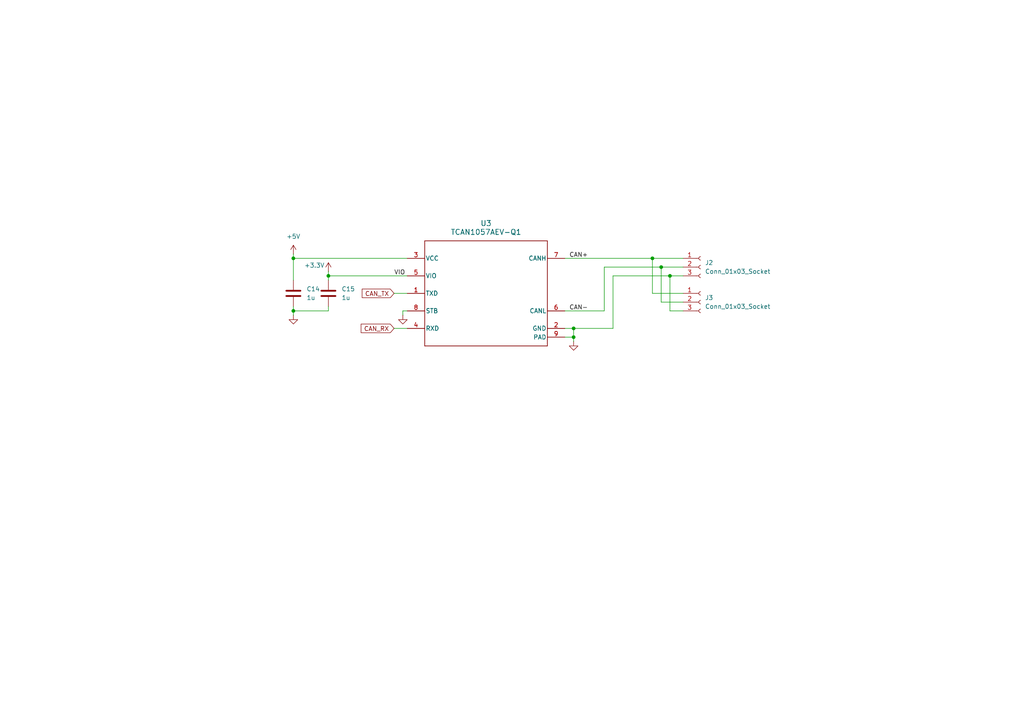
<source format=kicad_sch>
(kicad_sch
	(version 20231120)
	(generator "eeschema")
	(generator_version "8.0")
	(uuid "9d348f01-e40c-46dd-bbee-01a936fc001f")
	(paper "A4")
	(lib_symbols
		(symbol "Connector:Conn_01x03_Socket"
			(pin_names
				(offset 1.016) hide)
			(exclude_from_sim no)
			(in_bom yes)
			(on_board yes)
			(property "Reference" "J"
				(at 0 5.08 0)
				(effects
					(font
						(size 1.27 1.27)
					)
				)
			)
			(property "Value" "Conn_01x03_Socket"
				(at 0 -5.08 0)
				(effects
					(font
						(size 1.27 1.27)
					)
				)
			)
			(property "Footprint" ""
				(at 0 0 0)
				(effects
					(font
						(size 1.27 1.27)
					)
					(hide yes)
				)
			)
			(property "Datasheet" "~"
				(at 0 0 0)
				(effects
					(font
						(size 1.27 1.27)
					)
					(hide yes)
				)
			)
			(property "Description" "Generic connector, single row, 01x03, script generated"
				(at 0 0 0)
				(effects
					(font
						(size 1.27 1.27)
					)
					(hide yes)
				)
			)
			(property "ki_locked" ""
				(at 0 0 0)
				(effects
					(font
						(size 1.27 1.27)
					)
				)
			)
			(property "ki_keywords" "connector"
				(at 0 0 0)
				(effects
					(font
						(size 1.27 1.27)
					)
					(hide yes)
				)
			)
			(property "ki_fp_filters" "Connector*:*_1x??_*"
				(at 0 0 0)
				(effects
					(font
						(size 1.27 1.27)
					)
					(hide yes)
				)
			)
			(symbol "Conn_01x03_Socket_1_1"
				(arc
					(start 0 -2.032)
					(mid -0.5058 -2.54)
					(end 0 -3.048)
					(stroke
						(width 0.1524)
						(type default)
					)
					(fill
						(type none)
					)
				)
				(polyline
					(pts
						(xy -1.27 -2.54) (xy -0.508 -2.54)
					)
					(stroke
						(width 0.1524)
						(type default)
					)
					(fill
						(type none)
					)
				)
				(polyline
					(pts
						(xy -1.27 0) (xy -0.508 0)
					)
					(stroke
						(width 0.1524)
						(type default)
					)
					(fill
						(type none)
					)
				)
				(polyline
					(pts
						(xy -1.27 2.54) (xy -0.508 2.54)
					)
					(stroke
						(width 0.1524)
						(type default)
					)
					(fill
						(type none)
					)
				)
				(arc
					(start 0 0.508)
					(mid -0.5058 0)
					(end 0 -0.508)
					(stroke
						(width 0.1524)
						(type default)
					)
					(fill
						(type none)
					)
				)
				(arc
					(start 0 3.048)
					(mid -0.5058 2.54)
					(end 0 2.032)
					(stroke
						(width 0.1524)
						(type default)
					)
					(fill
						(type none)
					)
				)
				(pin passive line
					(at -5.08 2.54 0)
					(length 3.81)
					(name "Pin_1"
						(effects
							(font
								(size 1.27 1.27)
							)
						)
					)
					(number "1"
						(effects
							(font
								(size 1.27 1.27)
							)
						)
					)
				)
				(pin passive line
					(at -5.08 0 0)
					(length 3.81)
					(name "Pin_2"
						(effects
							(font
								(size 1.27 1.27)
							)
						)
					)
					(number "2"
						(effects
							(font
								(size 1.27 1.27)
							)
						)
					)
				)
				(pin passive line
					(at -5.08 -2.54 0)
					(length 3.81)
					(name "Pin_3"
						(effects
							(font
								(size 1.27 1.27)
							)
						)
					)
					(number "3"
						(effects
							(font
								(size 1.27 1.27)
							)
						)
					)
				)
			)
		)
		(symbol "Device:C"
			(pin_numbers hide)
			(pin_names
				(offset 0.254)
			)
			(exclude_from_sim no)
			(in_bom yes)
			(on_board yes)
			(property "Reference" "C"
				(at 0.635 2.54 0)
				(effects
					(font
						(size 1.27 1.27)
					)
					(justify left)
				)
			)
			(property "Value" "C"
				(at 0.635 -2.54 0)
				(effects
					(font
						(size 1.27 1.27)
					)
					(justify left)
				)
			)
			(property "Footprint" ""
				(at 0.9652 -3.81 0)
				(effects
					(font
						(size 1.27 1.27)
					)
					(hide yes)
				)
			)
			(property "Datasheet" "~"
				(at 0 0 0)
				(effects
					(font
						(size 1.27 1.27)
					)
					(hide yes)
				)
			)
			(property "Description" "Unpolarized capacitor"
				(at 0 0 0)
				(effects
					(font
						(size 1.27 1.27)
					)
					(hide yes)
				)
			)
			(property "ki_keywords" "cap capacitor"
				(at 0 0 0)
				(effects
					(font
						(size 1.27 1.27)
					)
					(hide yes)
				)
			)
			(property "ki_fp_filters" "C_*"
				(at 0 0 0)
				(effects
					(font
						(size 1.27 1.27)
					)
					(hide yes)
				)
			)
			(symbol "C_0_1"
				(polyline
					(pts
						(xy -2.032 -0.762) (xy 2.032 -0.762)
					)
					(stroke
						(width 0.508)
						(type default)
					)
					(fill
						(type none)
					)
				)
				(polyline
					(pts
						(xy -2.032 0.762) (xy 2.032 0.762)
					)
					(stroke
						(width 0.508)
						(type default)
					)
					(fill
						(type none)
					)
				)
			)
			(symbol "C_1_1"
				(pin passive line
					(at 0 3.81 270)
					(length 2.794)
					(name "~"
						(effects
							(font
								(size 1.27 1.27)
							)
						)
					)
					(number "1"
						(effects
							(font
								(size 1.27 1.27)
							)
						)
					)
				)
				(pin passive line
					(at 0 -3.81 90)
					(length 2.794)
					(name "~"
						(effects
							(font
								(size 1.27 1.27)
							)
						)
					)
					(number "2"
						(effects
							(font
								(size 1.27 1.27)
							)
						)
					)
				)
			)
		)
		(symbol "moteus:TCAN1042HGVDRBRQ1"
			(pin_names
				(offset 0.254)
			)
			(exclude_from_sim no)
			(in_bom yes)
			(on_board yes)
			(property "Reference" "U"
				(at 0 2.54 0)
				(effects
					(font
						(size 1.524 1.524)
					)
				)
			)
			(property "Value" "TCAN1042HGVDRBRQ1"
				(at 0 0 0)
				(effects
					(font
						(size 1.524 1.524)
					)
				)
			)
			(property "Footprint" "DRB0008F"
				(at 0 0 0)
				(effects
					(font
						(size 1.27 1.27)
						(italic yes)
					)
					(hide yes)
				)
			)
			(property "Datasheet" "TCAN1042HGVDRBRQ1"
				(at 0 0 0)
				(effects
					(font
						(size 1.27 1.27)
						(italic yes)
					)
					(hide yes)
				)
			)
			(property "Description" ""
				(at 0 0 0)
				(effects
					(font
						(size 1.27 1.27)
					)
					(hide yes)
				)
			)
			(property "ki_locked" ""
				(at 0 0 0)
				(effects
					(font
						(size 1.27 1.27)
					)
				)
			)
			(property "ki_keywords" "TCAN1042HGVDRBRQ1"
				(at 0 0 0)
				(effects
					(font
						(size 1.27 1.27)
					)
					(hide yes)
				)
			)
			(property "ki_fp_filters" "DRB0008F"
				(at 0 0 0)
				(effects
					(font
						(size 1.27 1.27)
					)
					(hide yes)
				)
			)
			(symbol "TCAN1042HGVDRBRQ1_0_1"
				(polyline
					(pts
						(xy -17.78 -15.24) (xy 17.78 -15.24)
					)
					(stroke
						(width 0.2032)
						(type default)
					)
					(fill
						(type none)
					)
				)
				(polyline
					(pts
						(xy -17.78 15.24) (xy -17.78 -15.24)
					)
					(stroke
						(width 0.2032)
						(type default)
					)
					(fill
						(type none)
					)
				)
				(polyline
					(pts
						(xy 17.78 -15.24) (xy 17.78 15.24)
					)
					(stroke
						(width 0.2032)
						(type default)
					)
					(fill
						(type none)
					)
				)
				(polyline
					(pts
						(xy 17.78 15.24) (xy -17.78 15.24)
					)
					(stroke
						(width 0.2032)
						(type default)
					)
					(fill
						(type none)
					)
				)
				(pin input line
					(at -22.86 0 0)
					(length 5.08)
					(name "TXD"
						(effects
							(font
								(size 1.27 1.27)
							)
						)
					)
					(number "1"
						(effects
							(font
								(size 1.27 1.27)
							)
						)
					)
				)
				(pin power_in line
					(at 22.86 -10.16 180)
					(length 5.08)
					(name "GND"
						(effects
							(font
								(size 1.27 1.27)
							)
						)
					)
					(number "2"
						(effects
							(font
								(size 1.27 1.27)
							)
						)
					)
				)
				(pin power_in line
					(at -22.86 10.16 0)
					(length 5.08)
					(name "VCC"
						(effects
							(font
								(size 1.27 1.27)
							)
						)
					)
					(number "3"
						(effects
							(font
								(size 1.27 1.27)
							)
						)
					)
				)
				(pin output line
					(at -22.86 -10.16 0)
					(length 5.08)
					(name "RXD"
						(effects
							(font
								(size 1.27 1.27)
							)
						)
					)
					(number "4"
						(effects
							(font
								(size 1.27 1.27)
							)
						)
					)
				)
				(pin power_in line
					(at -22.86 5.08 0)
					(length 5.08)
					(name "VIO"
						(effects
							(font
								(size 1.27 1.27)
							)
						)
					)
					(number "5"
						(effects
							(font
								(size 1.27 1.27)
							)
						)
					)
				)
				(pin bidirectional line
					(at 22.86 -5.08 180)
					(length 5.08)
					(name "CANL"
						(effects
							(font
								(size 1.27 1.27)
							)
						)
					)
					(number "6"
						(effects
							(font
								(size 1.27 1.27)
							)
						)
					)
				)
				(pin bidirectional line
					(at 22.86 10.16 180)
					(length 5.08)
					(name "CANH"
						(effects
							(font
								(size 1.27 1.27)
							)
						)
					)
					(number "7"
						(effects
							(font
								(size 1.27 1.27)
							)
						)
					)
				)
				(pin input line
					(at -22.86 -5.08 0)
					(length 5.08)
					(name "STB"
						(effects
							(font
								(size 1.27 1.27)
							)
						)
					)
					(number "8"
						(effects
							(font
								(size 1.27 1.27)
							)
						)
					)
				)
				(pin power_in line
					(at 22.86 -12.7 180)
					(length 5.08)
					(name "PAD"
						(effects
							(font
								(size 1.27 1.27)
							)
						)
					)
					(number "9"
						(effects
							(font
								(size 1.27 1.27)
							)
						)
					)
				)
			)
		)
		(symbol "power:+3.3V"
			(power)
			(pin_numbers hide)
			(pin_names
				(offset 0) hide)
			(exclude_from_sim no)
			(in_bom yes)
			(on_board yes)
			(property "Reference" "#PWR"
				(at 0 -3.81 0)
				(effects
					(font
						(size 1.27 1.27)
					)
					(hide yes)
				)
			)
			(property "Value" "+3.3V"
				(at 0 3.556 0)
				(effects
					(font
						(size 1.27 1.27)
					)
				)
			)
			(property "Footprint" ""
				(at 0 0 0)
				(effects
					(font
						(size 1.27 1.27)
					)
					(hide yes)
				)
			)
			(property "Datasheet" ""
				(at 0 0 0)
				(effects
					(font
						(size 1.27 1.27)
					)
					(hide yes)
				)
			)
			(property "Description" "Power symbol creates a global label with name \"+3.3V\""
				(at 0 0 0)
				(effects
					(font
						(size 1.27 1.27)
					)
					(hide yes)
				)
			)
			(property "ki_keywords" "global power"
				(at 0 0 0)
				(effects
					(font
						(size 1.27 1.27)
					)
					(hide yes)
				)
			)
			(symbol "+3.3V_0_1"
				(polyline
					(pts
						(xy -0.762 1.27) (xy 0 2.54)
					)
					(stroke
						(width 0)
						(type default)
					)
					(fill
						(type none)
					)
				)
				(polyline
					(pts
						(xy 0 0) (xy 0 2.54)
					)
					(stroke
						(width 0)
						(type default)
					)
					(fill
						(type none)
					)
				)
				(polyline
					(pts
						(xy 0 2.54) (xy 0.762 1.27)
					)
					(stroke
						(width 0)
						(type default)
					)
					(fill
						(type none)
					)
				)
			)
			(symbol "+3.3V_1_1"
				(pin power_in line
					(at 0 0 90)
					(length 0)
					(name "~"
						(effects
							(font
								(size 1.27 1.27)
							)
						)
					)
					(number "1"
						(effects
							(font
								(size 1.27 1.27)
							)
						)
					)
				)
			)
		)
		(symbol "power:+5V"
			(power)
			(pin_numbers hide)
			(pin_names
				(offset 0) hide)
			(exclude_from_sim no)
			(in_bom yes)
			(on_board yes)
			(property "Reference" "#PWR"
				(at 0 -3.81 0)
				(effects
					(font
						(size 1.27 1.27)
					)
					(hide yes)
				)
			)
			(property "Value" "+5V"
				(at 0 3.556 0)
				(effects
					(font
						(size 1.27 1.27)
					)
				)
			)
			(property "Footprint" ""
				(at 0 0 0)
				(effects
					(font
						(size 1.27 1.27)
					)
					(hide yes)
				)
			)
			(property "Datasheet" ""
				(at 0 0 0)
				(effects
					(font
						(size 1.27 1.27)
					)
					(hide yes)
				)
			)
			(property "Description" "Power symbol creates a global label with name \"+5V\""
				(at 0 0 0)
				(effects
					(font
						(size 1.27 1.27)
					)
					(hide yes)
				)
			)
			(property "ki_keywords" "global power"
				(at 0 0 0)
				(effects
					(font
						(size 1.27 1.27)
					)
					(hide yes)
				)
			)
			(symbol "+5V_0_1"
				(polyline
					(pts
						(xy -0.762 1.27) (xy 0 2.54)
					)
					(stroke
						(width 0)
						(type default)
					)
					(fill
						(type none)
					)
				)
				(polyline
					(pts
						(xy 0 0) (xy 0 2.54)
					)
					(stroke
						(width 0)
						(type default)
					)
					(fill
						(type none)
					)
				)
				(polyline
					(pts
						(xy 0 2.54) (xy 0.762 1.27)
					)
					(stroke
						(width 0)
						(type default)
					)
					(fill
						(type none)
					)
				)
			)
			(symbol "+5V_1_1"
				(pin power_in line
					(at 0 0 90)
					(length 0)
					(name "~"
						(effects
							(font
								(size 1.27 1.27)
							)
						)
					)
					(number "1"
						(effects
							(font
								(size 1.27 1.27)
							)
						)
					)
				)
			)
		)
		(symbol "power:GND"
			(power)
			(pin_numbers hide)
			(pin_names
				(offset 0) hide)
			(exclude_from_sim no)
			(in_bom yes)
			(on_board yes)
			(property "Reference" "#PWR"
				(at 0 -6.35 0)
				(effects
					(font
						(size 1.27 1.27)
					)
					(hide yes)
				)
			)
			(property "Value" "GND"
				(at 0 -3.81 0)
				(effects
					(font
						(size 1.27 1.27)
					)
				)
			)
			(property "Footprint" ""
				(at 0 0 0)
				(effects
					(font
						(size 1.27 1.27)
					)
					(hide yes)
				)
			)
			(property "Datasheet" ""
				(at 0 0 0)
				(effects
					(font
						(size 1.27 1.27)
					)
					(hide yes)
				)
			)
			(property "Description" "Power symbol creates a global label with name \"GND\" , ground"
				(at 0 0 0)
				(effects
					(font
						(size 1.27 1.27)
					)
					(hide yes)
				)
			)
			(property "ki_keywords" "global power"
				(at 0 0 0)
				(effects
					(font
						(size 1.27 1.27)
					)
					(hide yes)
				)
			)
			(symbol "GND_0_1"
				(polyline
					(pts
						(xy 0 0) (xy 0 -1.27) (xy 1.27 -1.27) (xy 0 -2.54) (xy -1.27 -1.27) (xy 0 -1.27)
					)
					(stroke
						(width 0)
						(type default)
					)
					(fill
						(type none)
					)
				)
			)
			(symbol "GND_1_1"
				(pin power_in line
					(at 0 0 270)
					(length 0)
					(name "~"
						(effects
							(font
								(size 1.27 1.27)
							)
						)
					)
					(number "1"
						(effects
							(font
								(size 1.27 1.27)
							)
						)
					)
				)
			)
		)
	)
	(junction
		(at 85.09 90.17)
		(diameter 0)
		(color 0 0 0 0)
		(uuid "064ac384-c35c-4726-a1a2-79de45aa3c0c")
	)
	(junction
		(at 189.23 74.93)
		(diameter 0)
		(color 0 0 0 0)
		(uuid "0eb12e88-4bfa-4291-9073-9f2ea4f4674f")
	)
	(junction
		(at 166.37 95.25)
		(diameter 0)
		(color 0 0 0 0)
		(uuid "100e911f-0444-4173-bd49-bc77b5b972c3")
	)
	(junction
		(at 166.37 97.79)
		(diameter 0)
		(color 0 0 0 0)
		(uuid "6d190ab7-498b-42ec-b9d5-f09bfcd05586")
	)
	(junction
		(at 191.77 77.47)
		(diameter 0)
		(color 0 0 0 0)
		(uuid "7b275404-1b1f-4887-8753-25678e3c3a6f")
	)
	(junction
		(at 85.09 74.93)
		(diameter 0)
		(color 0 0 0 0)
		(uuid "beb5e0c0-907a-44ce-a4f5-89a95fee4766")
	)
	(junction
		(at 194.31 80.01)
		(diameter 0)
		(color 0 0 0 0)
		(uuid "f23b0da4-2616-422c-ba5a-66eadc6c4451")
	)
	(junction
		(at 95.25 80.01)
		(diameter 0)
		(color 0 0 0 0)
		(uuid "f6fcff64-a8cd-49e9-9b70-bf97382705c8")
	)
	(wire
		(pts
			(xy 114.3 85.09) (xy 118.11 85.09)
		)
		(stroke
			(width 0)
			(type default)
		)
		(uuid "00f73784-1463-4277-b9b0-3f946ba051cf")
	)
	(wire
		(pts
			(xy 189.23 85.09) (xy 189.23 74.93)
		)
		(stroke
			(width 0)
			(type default)
		)
		(uuid "0a280962-acc1-46a5-a566-72628f2fb0fe")
	)
	(wire
		(pts
			(xy 198.12 87.63) (xy 191.77 87.63)
		)
		(stroke
			(width 0)
			(type default)
		)
		(uuid "0d50cdc3-ebcc-48d1-b54e-7d6a486b57f2")
	)
	(wire
		(pts
			(xy 118.11 80.01) (xy 95.25 80.01)
		)
		(stroke
			(width 0)
			(type default)
		)
		(uuid "129d3502-373a-4983-bed8-66eb119c4fdc")
	)
	(wire
		(pts
			(xy 95.25 78.74) (xy 95.25 80.01)
		)
		(stroke
			(width 0)
			(type default)
		)
		(uuid "1556d2b5-ca24-4643-b837-f755269e6bcd")
	)
	(wire
		(pts
			(xy 116.84 90.17) (xy 116.84 91.44)
		)
		(stroke
			(width 0)
			(type default)
		)
		(uuid "1bdd09b8-ef63-47cb-9343-bfeb611fd1b0")
	)
	(wire
		(pts
			(xy 95.25 90.17) (xy 95.25 88.9)
		)
		(stroke
			(width 0)
			(type default)
		)
		(uuid "215460c0-2c1c-4870-8ce1-6efb0c9dd897")
	)
	(wire
		(pts
			(xy 194.31 80.01) (xy 198.12 80.01)
		)
		(stroke
			(width 0)
			(type default)
		)
		(uuid "263cfc46-526e-459a-a037-670e40b78f3f")
	)
	(wire
		(pts
			(xy 163.83 90.17) (xy 175.26 90.17)
		)
		(stroke
			(width 0)
			(type default)
		)
		(uuid "3243b6a0-b767-4592-a881-b339d1a04c9c")
	)
	(wire
		(pts
			(xy 114.3 95.25) (xy 118.11 95.25)
		)
		(stroke
			(width 0)
			(type default)
		)
		(uuid "342a427f-a876-46d9-98cf-8e4ee80ad95f")
	)
	(wire
		(pts
			(xy 194.31 90.17) (xy 194.31 80.01)
		)
		(stroke
			(width 0)
			(type default)
		)
		(uuid "3605ffd8-a5a3-4204-a7ae-0245bac00594")
	)
	(wire
		(pts
			(xy 175.26 77.47) (xy 191.77 77.47)
		)
		(stroke
			(width 0)
			(type default)
		)
		(uuid "3b5e5131-1ddc-4244-9bf0-cc692805417c")
	)
	(wire
		(pts
			(xy 118.11 90.17) (xy 116.84 90.17)
		)
		(stroke
			(width 0)
			(type default)
		)
		(uuid "4a5d1153-0c8a-4584-93c6-cbd5c2298404")
	)
	(wire
		(pts
			(xy 191.77 77.47) (xy 198.12 77.47)
		)
		(stroke
			(width 0)
			(type default)
		)
		(uuid "4ce90492-c973-497e-94ec-be273c115209")
	)
	(wire
		(pts
			(xy 198.12 85.09) (xy 189.23 85.09)
		)
		(stroke
			(width 0)
			(type default)
		)
		(uuid "4e267813-76a0-45b3-8aa3-e44a0ad47ddc")
	)
	(wire
		(pts
			(xy 85.09 90.17) (xy 95.25 90.17)
		)
		(stroke
			(width 0)
			(type default)
		)
		(uuid "50782a9f-c0c8-450f-8982-6d76bb1051fe")
	)
	(wire
		(pts
			(xy 95.25 80.01) (xy 95.25 81.28)
		)
		(stroke
			(width 0)
			(type default)
		)
		(uuid "5911664b-4f50-4967-bcee-756ae2c981a6")
	)
	(wire
		(pts
			(xy 189.23 74.93) (xy 198.12 74.93)
		)
		(stroke
			(width 0)
			(type default)
		)
		(uuid "5d546f06-4acb-4a2b-adbc-86597114eb29")
	)
	(wire
		(pts
			(xy 163.83 95.25) (xy 166.37 95.25)
		)
		(stroke
			(width 0)
			(type default)
		)
		(uuid "6f86c694-c835-4faa-a893-07fffe23f0bf")
	)
	(wire
		(pts
			(xy 163.83 97.79) (xy 166.37 97.79)
		)
		(stroke
			(width 0)
			(type default)
		)
		(uuid "762592bc-c0f9-4a49-b0a3-ff2587501246")
	)
	(wire
		(pts
			(xy 85.09 74.93) (xy 118.11 74.93)
		)
		(stroke
			(width 0)
			(type default)
		)
		(uuid "79829674-d284-4d3f-989a-f7cd2a2b2bf2")
	)
	(wire
		(pts
			(xy 163.83 74.93) (xy 189.23 74.93)
		)
		(stroke
			(width 0)
			(type default)
		)
		(uuid "98fb11fd-24f9-4f91-af61-111bbfafe3d7")
	)
	(wire
		(pts
			(xy 177.8 95.25) (xy 177.8 80.01)
		)
		(stroke
			(width 0)
			(type default)
		)
		(uuid "a9e5da75-1880-44c9-903e-c7c09c41a953")
	)
	(wire
		(pts
			(xy 175.26 90.17) (xy 175.26 77.47)
		)
		(stroke
			(width 0)
			(type default)
		)
		(uuid "b1c9f52d-78be-4cfb-a93e-c6c66f72e4fb")
	)
	(wire
		(pts
			(xy 166.37 97.79) (xy 166.37 95.25)
		)
		(stroke
			(width 0)
			(type default)
		)
		(uuid "c3ca9ecb-c91f-47d0-afb9-fda6c6ff10b5")
	)
	(wire
		(pts
			(xy 166.37 95.25) (xy 177.8 95.25)
		)
		(stroke
			(width 0)
			(type default)
		)
		(uuid "c621cd41-ea06-4c43-94fc-bcc9c2754d4b")
	)
	(wire
		(pts
			(xy 85.09 88.9) (xy 85.09 90.17)
		)
		(stroke
			(width 0)
			(type default)
		)
		(uuid "ca6d2c54-b377-4d77-a99c-3b0be21a6170")
	)
	(wire
		(pts
			(xy 85.09 90.17) (xy 85.09 91.44)
		)
		(stroke
			(width 0)
			(type default)
		)
		(uuid "cd21e2a0-e63e-40ec-8c68-9c27dc77f27c")
	)
	(wire
		(pts
			(xy 85.09 73.66) (xy 85.09 74.93)
		)
		(stroke
			(width 0)
			(type default)
		)
		(uuid "ce625200-e323-49fc-94ad-86e074002fe2")
	)
	(wire
		(pts
			(xy 198.12 90.17) (xy 194.31 90.17)
		)
		(stroke
			(width 0)
			(type default)
		)
		(uuid "dc6a118a-4eec-4c69-9c4b-8d59f4e06a5b")
	)
	(wire
		(pts
			(xy 166.37 97.79) (xy 166.37 99.06)
		)
		(stroke
			(width 0)
			(type default)
		)
		(uuid "f5730098-92b5-431a-bb15-bf879d1aa141")
	)
	(wire
		(pts
			(xy 85.09 81.28) (xy 85.09 74.93)
		)
		(stroke
			(width 0)
			(type default)
		)
		(uuid "f99c198c-d5fb-403d-a641-3bd3692b13e1")
	)
	(wire
		(pts
			(xy 191.77 87.63) (xy 191.77 77.47)
		)
		(stroke
			(width 0)
			(type default)
		)
		(uuid "fa1e158a-ea02-4e0a-9fa7-b9fef6b3bcd4")
	)
	(wire
		(pts
			(xy 177.8 80.01) (xy 194.31 80.01)
		)
		(stroke
			(width 0)
			(type default)
		)
		(uuid "ff9ac8db-7235-40ca-ab15-2deac9a4d454")
	)
	(label "CAN+"
		(at 165.1 74.93 0)
		(fields_autoplaced yes)
		(effects
			(font
				(size 1.27 1.27)
			)
			(justify left bottom)
		)
		(uuid "269801e4-2d71-43cc-b0e0-11f180278ea7")
	)
	(label "CAN-"
		(at 165.1 90.17 0)
		(fields_autoplaced yes)
		(effects
			(font
				(size 1.27 1.27)
			)
			(justify left bottom)
		)
		(uuid "88cc58fb-61ca-4454-9adf-403c7c80e6f6")
	)
	(label "VIO"
		(at 114.3 80.01 0)
		(fields_autoplaced yes)
		(effects
			(font
				(size 1.27 1.27)
			)
			(justify left bottom)
		)
		(uuid "ab800ab2-e330-465e-a4d8-0bf0aae1097e")
	)
	(global_label "CAN_RX"
		(shape input)
		(at 114.3 95.25 180)
		(fields_autoplaced yes)
		(effects
			(font
				(size 1.27 1.27)
			)
			(justify right)
		)
		(uuid "4f1a51fb-a646-4d19-bd66-4d246d046995")
		(property "Intersheetrefs" "${INTERSHEET_REFS}"
			(at 104.1786 95.25 0)
			(effects
				(font
					(size 1.27 1.27)
				)
				(justify right)
				(hide yes)
			)
		)
	)
	(global_label "CAN_TX"
		(shape input)
		(at 114.3 85.09 180)
		(fields_autoplaced yes)
		(effects
			(font
				(size 1.27 1.27)
			)
			(justify right)
		)
		(uuid "82baf264-8d02-4e39-bcfe-46e139ffdc11")
		(property "Intersheetrefs" "${INTERSHEET_REFS}"
			(at 104.481 85.09 0)
			(effects
				(font
					(size 1.27 1.27)
				)
				(justify right)
				(hide yes)
			)
		)
	)
	(symbol
		(lib_id "power:GND")
		(at 85.09 91.44 0)
		(unit 1)
		(exclude_from_sim no)
		(in_bom yes)
		(on_board yes)
		(dnp no)
		(fields_autoplaced yes)
		(uuid "1b89291c-ebd7-4827-a5a0-e9716fbb4d48")
		(property "Reference" "#PWR019"
			(at 85.09 97.79 0)
			(effects
				(font
					(size 1.27 1.27)
				)
				(hide yes)
			)
		)
		(property "Value" "GND"
			(at 85.09 96.52 0)
			(effects
				(font
					(size 1.27 1.27)
				)
				(hide yes)
			)
		)
		(property "Footprint" ""
			(at 85.09 91.44 0)
			(effects
				(font
					(size 1.27 1.27)
				)
				(hide yes)
			)
		)
		(property "Datasheet" ""
			(at 85.09 91.44 0)
			(effects
				(font
					(size 1.27 1.27)
				)
				(hide yes)
			)
		)
		(property "Description" "Power symbol creates a global label with name \"GND\" , ground"
			(at 85.09 91.44 0)
			(effects
				(font
					(size 1.27 1.27)
				)
				(hide yes)
			)
		)
		(pin "1"
			(uuid "05e28dce-722f-4163-8123-73d043b084dd")
		)
		(instances
			(project "V1.02"
				(path "/9f0161d0-326e-4ea6-b280-8727e2fd4ed6/168be971-292c-4651-81c1-05fb2e206c0e"
					(reference "#PWR019")
					(unit 1)
				)
			)
		)
	)
	(symbol
		(lib_id "power:+3.3V")
		(at 95.25 78.74 0)
		(unit 1)
		(exclude_from_sim no)
		(in_bom yes)
		(on_board yes)
		(dnp no)
		(uuid "1d6206aa-1337-4e36-b8aa-3f37072c27bb")
		(property "Reference" "#PWR020"
			(at 95.25 82.55 0)
			(effects
				(font
					(size 1.27 1.27)
				)
				(hide yes)
			)
		)
		(property "Value" "+3.3V"
			(at 91.186 76.962 0)
			(effects
				(font
					(size 1.27 1.27)
				)
			)
		)
		(property "Footprint" ""
			(at 95.25 78.74 0)
			(effects
				(font
					(size 1.27 1.27)
				)
				(hide yes)
			)
		)
		(property "Datasheet" ""
			(at 95.25 78.74 0)
			(effects
				(font
					(size 1.27 1.27)
				)
				(hide yes)
			)
		)
		(property "Description" "Power symbol creates a global label with name \"+3.3V\""
			(at 95.25 78.74 0)
			(effects
				(font
					(size 1.27 1.27)
				)
				(hide yes)
			)
		)
		(pin "1"
			(uuid "c9143b34-d743-415b-b17a-24bbf2ca21c5")
		)
		(instances
			(project "V1.02"
				(path "/9f0161d0-326e-4ea6-b280-8727e2fd4ed6/168be971-292c-4651-81c1-05fb2e206c0e"
					(reference "#PWR020")
					(unit 1)
				)
			)
		)
	)
	(symbol
		(lib_id "Device:C")
		(at 85.09 85.09 0)
		(unit 1)
		(exclude_from_sim no)
		(in_bom yes)
		(on_board yes)
		(dnp no)
		(fields_autoplaced yes)
		(uuid "2c8e60c1-e169-4e95-b9d5-bf88724a549f")
		(property "Reference" "C14"
			(at 88.9 83.8199 0)
			(effects
				(font
					(size 1.27 1.27)
				)
				(justify left)
			)
		)
		(property "Value" "1u"
			(at 88.9 86.3599 0)
			(effects
				(font
					(size 1.27 1.27)
				)
				(justify left)
			)
		)
		(property "Footprint" "Capacitor_SMD:C_0402_1005Metric"
			(at 86.0552 88.9 0)
			(effects
				(font
					(size 1.27 1.27)
				)
				(hide yes)
			)
		)
		(property "Datasheet" "~"
			(at 85.09 85.09 0)
			(effects
				(font
					(size 1.27 1.27)
				)
				(hide yes)
			)
		)
		(property "Description" "Unpolarized capacitor"
			(at 85.09 85.09 0)
			(effects
				(font
					(size 1.27 1.27)
				)
				(hide yes)
			)
		)
		(pin "2"
			(uuid "bbdfc78d-d38c-41f4-8877-d47e17299ef1")
		)
		(pin "1"
			(uuid "463c9879-9206-498a-973d-c0a505236aa8")
		)
		(instances
			(project "V1.02"
				(path "/9f0161d0-326e-4ea6-b280-8727e2fd4ed6/168be971-292c-4651-81c1-05fb2e206c0e"
					(reference "C14")
					(unit 1)
				)
			)
		)
	)
	(symbol
		(lib_id "power:GND")
		(at 166.37 99.06 0)
		(unit 1)
		(exclude_from_sim no)
		(in_bom yes)
		(on_board yes)
		(dnp no)
		(fields_autoplaced yes)
		(uuid "32a5f335-1321-482e-a2eb-3e33ddd98c7d")
		(property "Reference" "#PWR022"
			(at 166.37 105.41 0)
			(effects
				(font
					(size 1.27 1.27)
				)
				(hide yes)
			)
		)
		(property "Value" "GND"
			(at 166.37 104.14 0)
			(effects
				(font
					(size 1.27 1.27)
				)
				(hide yes)
			)
		)
		(property "Footprint" ""
			(at 166.37 99.06 0)
			(effects
				(font
					(size 1.27 1.27)
				)
				(hide yes)
			)
		)
		(property "Datasheet" ""
			(at 166.37 99.06 0)
			(effects
				(font
					(size 1.27 1.27)
				)
				(hide yes)
			)
		)
		(property "Description" "Power symbol creates a global label with name \"GND\" , ground"
			(at 166.37 99.06 0)
			(effects
				(font
					(size 1.27 1.27)
				)
				(hide yes)
			)
		)
		(pin "1"
			(uuid "a7234a28-e2a5-462e-8f53-241c3e5360a6")
		)
		(instances
			(project "V1.02"
				(path "/9f0161d0-326e-4ea6-b280-8727e2fd4ed6/168be971-292c-4651-81c1-05fb2e206c0e"
					(reference "#PWR022")
					(unit 1)
				)
			)
		)
	)
	(symbol
		(lib_id "Connector:Conn_01x03_Socket")
		(at 203.2 77.47 0)
		(unit 1)
		(exclude_from_sim no)
		(in_bom yes)
		(on_board yes)
		(dnp no)
		(fields_autoplaced yes)
		(uuid "6ec74e42-8d31-408c-8dba-4d747216c8f5")
		(property "Reference" "J2"
			(at 204.47 76.1999 0)
			(effects
				(font
					(size 1.27 1.27)
				)
				(justify left)
			)
		)
		(property "Value" "Conn_01x03_Socket"
			(at 204.47 78.7399 0)
			(effects
				(font
					(size 1.27 1.27)
				)
				(justify left)
			)
		)
		(property "Footprint" "Connector_JST:JST_PH_S3B-PH-K_1x03_P2.00mm_Horizontal"
			(at 203.2 77.47 0)
			(effects
				(font
					(size 1.27 1.27)
				)
				(hide yes)
			)
		)
		(property "Datasheet" "~"
			(at 203.2 77.47 0)
			(effects
				(font
					(size 1.27 1.27)
				)
				(hide yes)
			)
		)
		(property "Description" "Generic connector, single row, 01x03, script generated"
			(at 203.2 77.47 0)
			(effects
				(font
					(size 1.27 1.27)
				)
				(hide yes)
			)
		)
		(pin "1"
			(uuid "33b2aed5-151b-43f3-b085-a19aabaf118a")
		)
		(pin "2"
			(uuid "8ff7ba7d-8d3f-419c-804c-397f964cb3e9")
		)
		(pin "3"
			(uuid "7226d8f0-2f7e-4c6a-bdc0-334a0895120c")
		)
		(instances
			(project "V1.02"
				(path "/9f0161d0-326e-4ea6-b280-8727e2fd4ed6/168be971-292c-4651-81c1-05fb2e206c0e"
					(reference "J2")
					(unit 1)
				)
			)
		)
	)
	(symbol
		(lib_id "power:+5V")
		(at 85.09 73.66 0)
		(unit 1)
		(exclude_from_sim no)
		(in_bom yes)
		(on_board yes)
		(dnp no)
		(fields_autoplaced yes)
		(uuid "9aab0ada-725d-4856-ae2d-99db729625a5")
		(property "Reference" "#PWR018"
			(at 85.09 77.47 0)
			(effects
				(font
					(size 1.27 1.27)
				)
				(hide yes)
			)
		)
		(property "Value" "+5V"
			(at 85.09 68.58 0)
			(effects
				(font
					(size 1.27 1.27)
				)
			)
		)
		(property "Footprint" ""
			(at 85.09 73.66 0)
			(effects
				(font
					(size 1.27 1.27)
				)
				(hide yes)
			)
		)
		(property "Datasheet" ""
			(at 85.09 73.66 0)
			(effects
				(font
					(size 1.27 1.27)
				)
				(hide yes)
			)
		)
		(property "Description" "Power symbol creates a global label with name \"+5V\""
			(at 85.09 73.66 0)
			(effects
				(font
					(size 1.27 1.27)
				)
				(hide yes)
			)
		)
		(pin "1"
			(uuid "d4efb339-c295-4902-8993-1ee7d9442f56")
		)
		(instances
			(project "V1.02"
				(path "/9f0161d0-326e-4ea6-b280-8727e2fd4ed6/168be971-292c-4651-81c1-05fb2e206c0e"
					(reference "#PWR018")
					(unit 1)
				)
			)
		)
	)
	(symbol
		(lib_id "power:GND")
		(at 116.84 91.44 0)
		(unit 1)
		(exclude_from_sim no)
		(in_bom yes)
		(on_board yes)
		(dnp no)
		(fields_autoplaced yes)
		(uuid "a7ea8711-2c7f-4010-9de1-e5869ea87605")
		(property "Reference" "#PWR021"
			(at 116.84 97.79 0)
			(effects
				(font
					(size 1.27 1.27)
				)
				(hide yes)
			)
		)
		(property "Value" "GND"
			(at 116.84 96.52 0)
			(effects
				(font
					(size 1.27 1.27)
				)
				(hide yes)
			)
		)
		(property "Footprint" ""
			(at 116.84 91.44 0)
			(effects
				(font
					(size 1.27 1.27)
				)
				(hide yes)
			)
		)
		(property "Datasheet" ""
			(at 116.84 91.44 0)
			(effects
				(font
					(size 1.27 1.27)
				)
				(hide yes)
			)
		)
		(property "Description" "Power symbol creates a global label with name \"GND\" , ground"
			(at 116.84 91.44 0)
			(effects
				(font
					(size 1.27 1.27)
				)
				(hide yes)
			)
		)
		(pin "1"
			(uuid "83060fd9-016e-4da7-93a5-2c4aa377b71a")
		)
		(instances
			(project "V1.02"
				(path "/9f0161d0-326e-4ea6-b280-8727e2fd4ed6/168be971-292c-4651-81c1-05fb2e206c0e"
					(reference "#PWR021")
					(unit 1)
				)
			)
		)
	)
	(symbol
		(lib_id "moteus:TCAN1042HGVDRBRQ1")
		(at 140.97 85.09 0)
		(unit 1)
		(exclude_from_sim no)
		(in_bom yes)
		(on_board yes)
		(dnp no)
		(fields_autoplaced yes)
		(uuid "d047267c-ee09-4d58-9de7-aaaf1b0140c8")
		(property "Reference" "U3"
			(at 140.97 64.77 0)
			(effects
				(font
					(size 1.524 1.524)
				)
			)
		)
		(property "Value" "TCAN1057AEV-Q1"
			(at 140.97 67.31 0)
			(effects
				(font
					(size 1.524 1.524)
				)
			)
		)
		(property "Footprint" "Package_SO:SOIC-8_3.9x4.9mm_P1.27mm"
			(at 140.97 85.09 0)
			(effects
				(font
					(size 1.27 1.27)
					(italic yes)
				)
				(hide yes)
			)
		)
		(property "Datasheet" "TCAN1057AEVDRQ1"
			(at 140.97 85.09 0)
			(effects
				(font
					(size 1.27 1.27)
					(italic yes)
				)
				(hide yes)
			)
		)
		(property "Description" ""
			(at 140.97 85.09 0)
			(effects
				(font
					(size 1.27 1.27)
				)
				(hide yes)
			)
		)
		(property "MPN" "TCAN1057AEVDRQ1"
			(at 140.97 85.09 0)
			(effects
				(font
					(size 1.27 1.27)
				)
				(hide yes)
			)
		)
		(property "MF" "TI"
			(at 140.97 85.09 0)
			(effects
				(font
					(size 1.27 1.27)
				)
				(hide yes)
			)
		)
		(property "POPULATE" "1"
			(at 140.97 85.09 0)
			(effects
				(font
					(size 1.27 1.27)
				)
				(hide yes)
			)
		)
		(pin "1"
			(uuid "2e02e101-2de2-47d4-9213-0951f421920f")
		)
		(pin "2"
			(uuid "d3136d6a-ac3c-432f-854e-ac9e3547e52d")
		)
		(pin "3"
			(uuid "9cfc06aa-e248-481a-b7e2-2a8dac0cc2c8")
		)
		(pin "4"
			(uuid "ebb1788f-43be-4b3e-bffa-447833b61326")
		)
		(pin "5"
			(uuid "bfc1a5a3-d9bf-4afb-9324-735a7436801b")
		)
		(pin "6"
			(uuid "01351bff-9027-4a59-9a2f-6bac28413192")
		)
		(pin "7"
			(uuid "f394e4e3-61b8-434b-abee-8f0c88c4ab5b")
		)
		(pin "8"
			(uuid "e3ba9ada-b518-4148-9f06-1551b5d25e6a")
		)
		(pin "9"
			(uuid "e4ba3452-4a85-4ef3-af2f-f4b5c8f20ec2")
		)
		(instances
			(project "V1.02"
				(path "/9f0161d0-326e-4ea6-b280-8727e2fd4ed6/168be971-292c-4651-81c1-05fb2e206c0e"
					(reference "U3")
					(unit 1)
				)
			)
		)
	)
	(symbol
		(lib_id "Connector:Conn_01x03_Socket")
		(at 203.2 87.63 0)
		(unit 1)
		(exclude_from_sim no)
		(in_bom yes)
		(on_board yes)
		(dnp no)
		(fields_autoplaced yes)
		(uuid "df3b7f19-5daf-438b-b6a6-43928af9612e")
		(property "Reference" "J3"
			(at 204.47 86.3599 0)
			(effects
				(font
					(size 1.27 1.27)
				)
				(justify left)
			)
		)
		(property "Value" "Conn_01x03_Socket"
			(at 204.47 88.8999 0)
			(effects
				(font
					(size 1.27 1.27)
				)
				(justify left)
			)
		)
		(property "Footprint" "Connector_JST:JST_PH_S3B-PH-K_1x03_P2.00mm_Horizontal"
			(at 203.2 87.63 0)
			(effects
				(font
					(size 1.27 1.27)
				)
				(hide yes)
			)
		)
		(property "Datasheet" "~"
			(at 203.2 87.63 0)
			(effects
				(font
					(size 1.27 1.27)
				)
				(hide yes)
			)
		)
		(property "Description" "Generic connector, single row, 01x03, script generated"
			(at 203.2 87.63 0)
			(effects
				(font
					(size 1.27 1.27)
				)
				(hide yes)
			)
		)
		(pin "1"
			(uuid "795804b2-5943-4e4d-912c-71eacbd0d05e")
		)
		(pin "2"
			(uuid "ae969b34-3e49-4ae2-9550-53177c5f746c")
		)
		(pin "3"
			(uuid "091d72bd-4132-4f55-8416-78cb47490fd6")
		)
		(instances
			(project "V1.02"
				(path "/9f0161d0-326e-4ea6-b280-8727e2fd4ed6/168be971-292c-4651-81c1-05fb2e206c0e"
					(reference "J3")
					(unit 1)
				)
			)
		)
	)
	(symbol
		(lib_id "Device:C")
		(at 95.25 85.09 0)
		(unit 1)
		(exclude_from_sim no)
		(in_bom yes)
		(on_board yes)
		(dnp no)
		(fields_autoplaced yes)
		(uuid "e76cb63d-844f-4e95-bcfb-8340f920e5d0")
		(property "Reference" "C15"
			(at 99.06 83.8199 0)
			(effects
				(font
					(size 1.27 1.27)
				)
				(justify left)
			)
		)
		(property "Value" "1u"
			(at 99.06 86.3599 0)
			(effects
				(font
					(size 1.27 1.27)
				)
				(justify left)
			)
		)
		(property "Footprint" "Capacitor_SMD:C_0402_1005Metric"
			(at 96.2152 88.9 0)
			(effects
				(font
					(size 1.27 1.27)
				)
				(hide yes)
			)
		)
		(property "Datasheet" "~"
			(at 95.25 85.09 0)
			(effects
				(font
					(size 1.27 1.27)
				)
				(hide yes)
			)
		)
		(property "Description" "Unpolarized capacitor"
			(at 95.25 85.09 0)
			(effects
				(font
					(size 1.27 1.27)
				)
				(hide yes)
			)
		)
		(pin "2"
			(uuid "ef22339e-dae1-4524-a1f3-aa3d8107461f")
		)
		(pin "1"
			(uuid "cbf21b1e-cd56-49be-9177-558a6e6f96f1")
		)
		(instances
			(project "V1.02"
				(path "/9f0161d0-326e-4ea6-b280-8727e2fd4ed6/168be971-292c-4651-81c1-05fb2e206c0e"
					(reference "C15")
					(unit 1)
				)
			)
		)
	)
)

</source>
